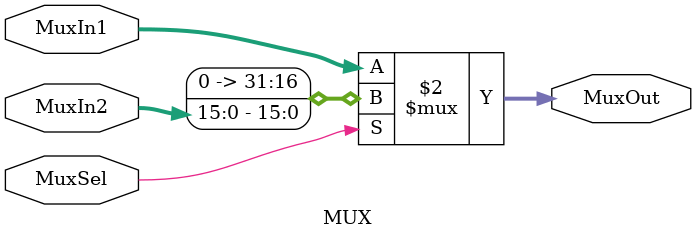
<source format=v>
`timescale 1ns / 1ps


module MUX(MuxIn1, MuxIn2, MuxOut, MuxSel);

input [31:0]MuxIn1;
input [15:0]MuxIn2;
input MuxSel;
output [31:0]MuxOut;

assign MuxOut = MuxSel ? MuxIn2 : MuxIn1;
endmodule

</source>
